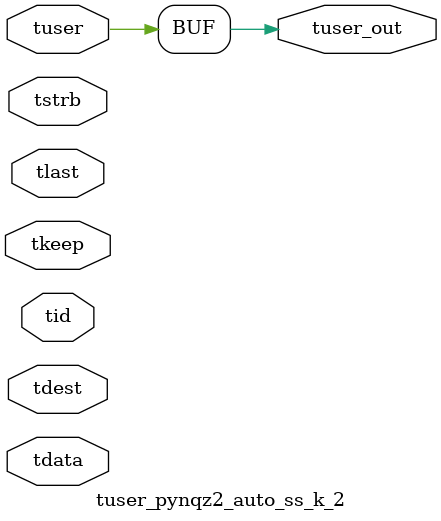
<source format=v>


`timescale 1ps/1ps

module tuser_pynqz2_auto_ss_k_2 #
(
parameter C_S_AXIS_TUSER_WIDTH = 1,
parameter C_S_AXIS_TDATA_WIDTH = 32,
parameter C_S_AXIS_TID_WIDTH   = 0,
parameter C_S_AXIS_TDEST_WIDTH = 0,
parameter C_M_AXIS_TUSER_WIDTH = 1
)
(
input  [(C_S_AXIS_TUSER_WIDTH == 0 ? 1 : C_S_AXIS_TUSER_WIDTH)-1:0     ] tuser,
input  [(C_S_AXIS_TDATA_WIDTH == 0 ? 1 : C_S_AXIS_TDATA_WIDTH)-1:0     ] tdata,
input  [(C_S_AXIS_TID_WIDTH   == 0 ? 1 : C_S_AXIS_TID_WIDTH)-1:0       ] tid,
input  [(C_S_AXIS_TDEST_WIDTH == 0 ? 1 : C_S_AXIS_TDEST_WIDTH)-1:0     ] tdest,
input  [(C_S_AXIS_TDATA_WIDTH/8)-1:0 ] tkeep,
input  [(C_S_AXIS_TDATA_WIDTH/8)-1:0 ] tstrb,
input                                                                    tlast,
output [C_M_AXIS_TUSER_WIDTH-1:0] tuser_out
);

assign tuser_out = {tuser[31:0]};

endmodule


</source>
